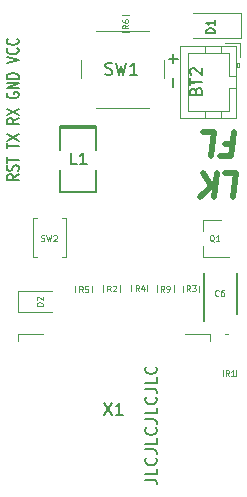
<source format=gbr>
G04 #@! TF.GenerationSoftware,KiCad,Pcbnew,(5.1.9)-1*
G04 #@! TF.CreationDate,2021-03-01T14:16:03+01:00*
G04 #@! TF.ProjectId,button timer v1.2.3_[Coin_Cell&LIPO][TPL5111],62757474-6f6e-4207-9469-6d6572207631,rev?*
G04 #@! TF.SameCoordinates,Original*
G04 #@! TF.FileFunction,Legend,Top*
G04 #@! TF.FilePolarity,Positive*
%FSLAX46Y46*%
G04 Gerber Fmt 4.6, Leading zero omitted, Abs format (unit mm)*
G04 Created by KiCad (PCBNEW (5.1.9)-1) date 2021-03-01 14:16:03*
%MOMM*%
%LPD*%
G01*
G04 APERTURE LIST*
%ADD10C,0.500000*%
%ADD11C,0.150000*%
%ADD12C,0.200000*%
%ADD13C,0.120000*%
%ADD14C,0.125000*%
G04 APERTURE END LIST*
D10*
X135097172Y-64395238D02*
X136049553Y-64395238D01*
X135799553Y-66395238D01*
X134430505Y-64395238D02*
X134180505Y-66395238D01*
X133287648Y-64395238D02*
X134001934Y-65538095D01*
X133037648Y-66395238D02*
X134323363Y-65252380D01*
X135109077Y-61942857D02*
X135775744Y-61942857D01*
X135906696Y-60895238D02*
X135656696Y-62895238D01*
X134704315Y-62895238D01*
X133240029Y-60895238D02*
X134192410Y-60895238D01*
X133942410Y-62895238D01*
D11*
X130754428Y-57062832D02*
X130754428Y-56300927D01*
X130754428Y-55062832D02*
X130754428Y-54300927D01*
X131135380Y-54681880D02*
X130373476Y-54681880D01*
X117652380Y-64485714D02*
X117176190Y-64752380D01*
X117652380Y-64942857D02*
X116652380Y-64942857D01*
X116652380Y-64638095D01*
X116700000Y-64561904D01*
X116747619Y-64523809D01*
X116842857Y-64485714D01*
X116985714Y-64485714D01*
X117080952Y-64523809D01*
X117128571Y-64561904D01*
X117176190Y-64638095D01*
X117176190Y-64942857D01*
X117604761Y-64180952D02*
X117652380Y-64066666D01*
X117652380Y-63876190D01*
X117604761Y-63800000D01*
X117557142Y-63761904D01*
X117461904Y-63723809D01*
X117366666Y-63723809D01*
X117271428Y-63761904D01*
X117223809Y-63800000D01*
X117176190Y-63876190D01*
X117128571Y-64028571D01*
X117080952Y-64104761D01*
X117033333Y-64142857D01*
X116938095Y-64180952D01*
X116842857Y-64180952D01*
X116747619Y-64142857D01*
X116700000Y-64104761D01*
X116652380Y-64028571D01*
X116652380Y-63838095D01*
X116700000Y-63723809D01*
X116652380Y-63495238D02*
X116652380Y-63038095D01*
X117652380Y-63266666D02*
X116652380Y-63266666D01*
X116652380Y-62276190D02*
X116652380Y-61819047D01*
X117652380Y-62047619D02*
X116652380Y-62047619D01*
X116652380Y-61628571D02*
X117652380Y-61095238D01*
X116652380Y-61095238D02*
X117652380Y-61628571D01*
X117652380Y-59723809D02*
X117176190Y-59990476D01*
X117652380Y-60180952D02*
X116652380Y-60180952D01*
X116652380Y-59876190D01*
X116700000Y-59800000D01*
X116747619Y-59761904D01*
X116842857Y-59723809D01*
X116985714Y-59723809D01*
X117080952Y-59761904D01*
X117128571Y-59800000D01*
X117176190Y-59876190D01*
X117176190Y-60180952D01*
X116652380Y-59457142D02*
X117652380Y-58923809D01*
X116652380Y-58923809D02*
X117652380Y-59457142D01*
X116700000Y-57590476D02*
X116652380Y-57666666D01*
X116652380Y-57780952D01*
X116700000Y-57895238D01*
X116795238Y-57971428D01*
X116890476Y-58009523D01*
X117080952Y-58047619D01*
X117223809Y-58047619D01*
X117414285Y-58009523D01*
X117509523Y-57971428D01*
X117604761Y-57895238D01*
X117652380Y-57780952D01*
X117652380Y-57704761D01*
X117604761Y-57590476D01*
X117557142Y-57552380D01*
X117223809Y-57552380D01*
X117223809Y-57704761D01*
X117652380Y-57209523D02*
X116652380Y-57209523D01*
X117652380Y-56752380D01*
X116652380Y-56752380D01*
X117652380Y-56371428D02*
X116652380Y-56371428D01*
X116652380Y-56180952D01*
X116700000Y-56066666D01*
X116795238Y-55990476D01*
X116890476Y-55952380D01*
X117080952Y-55914285D01*
X117223809Y-55914285D01*
X117414285Y-55952380D01*
X117509523Y-55990476D01*
X117604761Y-56066666D01*
X117652380Y-56180952D01*
X117652380Y-56371428D01*
X116652380Y-55076190D02*
X117652380Y-54809523D01*
X116652380Y-54542857D01*
X117557142Y-53819047D02*
X117604761Y-53857142D01*
X117652380Y-53971428D01*
X117652380Y-54047619D01*
X117604761Y-54161904D01*
X117509523Y-54238095D01*
X117414285Y-54276190D01*
X117223809Y-54314285D01*
X117080952Y-54314285D01*
X116890476Y-54276190D01*
X116795238Y-54238095D01*
X116700000Y-54161904D01*
X116652380Y-54047619D01*
X116652380Y-53971428D01*
X116700000Y-53857142D01*
X116747619Y-53819047D01*
X117557142Y-53019047D02*
X117604761Y-53057142D01*
X117652380Y-53171428D01*
X117652380Y-53247619D01*
X117604761Y-53361904D01*
X117509523Y-53438095D01*
X117414285Y-53476190D01*
X117223809Y-53514285D01*
X117080952Y-53514285D01*
X116890476Y-53476190D01*
X116795238Y-53438095D01*
X116700000Y-53361904D01*
X116652380Y-53247619D01*
X116652380Y-53171428D01*
X116700000Y-53057142D01*
X116747619Y-53019047D01*
X128357380Y-90344047D02*
X129071666Y-90344047D01*
X129214523Y-90391666D01*
X129309761Y-90486904D01*
X129357380Y-90629761D01*
X129357380Y-90725000D01*
X129357380Y-89391666D02*
X129357380Y-89867857D01*
X128357380Y-89867857D01*
X129262142Y-88486904D02*
X129309761Y-88534523D01*
X129357380Y-88677380D01*
X129357380Y-88772619D01*
X129309761Y-88915476D01*
X129214523Y-89010714D01*
X129119285Y-89058333D01*
X128928809Y-89105952D01*
X128785952Y-89105952D01*
X128595476Y-89058333D01*
X128500238Y-89010714D01*
X128405000Y-88915476D01*
X128357380Y-88772619D01*
X128357380Y-88677380D01*
X128405000Y-88534523D01*
X128452619Y-88486904D01*
X128357380Y-87772619D02*
X129071666Y-87772619D01*
X129214523Y-87820238D01*
X129309761Y-87915476D01*
X129357380Y-88058333D01*
X129357380Y-88153571D01*
X129357380Y-86820238D02*
X129357380Y-87296428D01*
X128357380Y-87296428D01*
X129262142Y-85915476D02*
X129309761Y-85963095D01*
X129357380Y-86105952D01*
X129357380Y-86201190D01*
X129309761Y-86344047D01*
X129214523Y-86439285D01*
X129119285Y-86486904D01*
X128928809Y-86534523D01*
X128785952Y-86534523D01*
X128595476Y-86486904D01*
X128500238Y-86439285D01*
X128405000Y-86344047D01*
X128357380Y-86201190D01*
X128357380Y-86105952D01*
X128405000Y-85963095D01*
X128452619Y-85915476D01*
X128357380Y-85201190D02*
X129071666Y-85201190D01*
X129214523Y-85248809D01*
X129309761Y-85344047D01*
X129357380Y-85486904D01*
X129357380Y-85582142D01*
X129357380Y-84248809D02*
X129357380Y-84725000D01*
X128357380Y-84725000D01*
X129262142Y-83344047D02*
X129309761Y-83391666D01*
X129357380Y-83534523D01*
X129357380Y-83629761D01*
X129309761Y-83772619D01*
X129214523Y-83867857D01*
X129119285Y-83915476D01*
X128928809Y-83963095D01*
X128785952Y-83963095D01*
X128595476Y-83915476D01*
X128500238Y-83867857D01*
X128405000Y-83772619D01*
X128357380Y-83629761D01*
X128357380Y-83534523D01*
X128405000Y-83391666D01*
X128452619Y-83344047D01*
X128357380Y-82629761D02*
X129071666Y-82629761D01*
X129214523Y-82677380D01*
X129309761Y-82772619D01*
X129357380Y-82915476D01*
X129357380Y-83010714D01*
X129357380Y-81677380D02*
X129357380Y-82153571D01*
X128357380Y-82153571D01*
X129262142Y-80772619D02*
X129309761Y-80820238D01*
X129357380Y-80963095D01*
X129357380Y-81058333D01*
X129309761Y-81201190D01*
X129214523Y-81296428D01*
X129119285Y-81344047D01*
X128928809Y-81391666D01*
X128785952Y-81391666D01*
X128595476Y-81344047D01*
X128500238Y-81296428D01*
X128405000Y-81201190D01*
X128357380Y-81058333D01*
X128357380Y-80963095D01*
X128405000Y-80820238D01*
X128452619Y-80772619D01*
D12*
G04 #@! TO.C,C6*
X133326680Y-72806280D02*
X133326680Y-76931280D01*
X136126680Y-76306280D02*
X136126680Y-72806280D01*
D13*
G04 #@! TO.C,X1*
X117580000Y-78600000D02*
X117580000Y-77980000D01*
X117580000Y-77980000D02*
X119700000Y-77980000D01*
X131700000Y-77980000D02*
X133820000Y-77980000D01*
X133820000Y-77980000D02*
X133820000Y-78600000D01*
G04 #@! TO.C,D2*
X120456200Y-74324800D02*
X117571200Y-74324800D01*
X117571200Y-74324800D02*
X117571200Y-76144800D01*
X117571200Y-76144800D02*
X120456200Y-76144800D01*
G04 #@! TO.C,D1*
X132382400Y-52977200D02*
X136467400Y-52977200D01*
X136467400Y-52977200D02*
X136467400Y-50807200D01*
X136467400Y-50807200D02*
X132382400Y-50807200D01*
G04 #@! TO.C,BT2*
X136379480Y-53326960D02*
X135129480Y-53326960D01*
X136379480Y-54576960D02*
X136379480Y-53326960D01*
X131969480Y-56686960D02*
X132469480Y-56686960D01*
X132469480Y-56786960D02*
X131969480Y-56786960D01*
X132469480Y-56586960D02*
X132469480Y-56786960D01*
X131969480Y-56586960D02*
X132469480Y-56586960D01*
X133469480Y-59746960D02*
X133469480Y-59136960D01*
X134769480Y-59746960D02*
X134769480Y-59136960D01*
X133469480Y-53626960D02*
X133469480Y-54236960D01*
X134769480Y-53626960D02*
X134769480Y-54236960D01*
X135469480Y-57186960D02*
X136079480Y-57186960D01*
X135469480Y-59136960D02*
X135469480Y-57186960D01*
X131969480Y-59136960D02*
X135469480Y-59136960D01*
X131969480Y-54236960D02*
X131969480Y-59136960D01*
X135469480Y-54236960D02*
X131969480Y-54236960D01*
X135469480Y-56186960D02*
X135469480Y-54236960D01*
X136079480Y-56186960D02*
X135469480Y-56186960D01*
X136179480Y-55386960D02*
X136179480Y-55086960D01*
X136279480Y-55086960D02*
X136079480Y-55086960D01*
X136279480Y-55386960D02*
X136279480Y-55086960D01*
X136079480Y-55386960D02*
X136279480Y-55386960D01*
X136079480Y-59746960D02*
X136079480Y-53626960D01*
X131359480Y-59746960D02*
X136079480Y-59746960D01*
X131359480Y-53626960D02*
X131359480Y-59746960D01*
X136079480Y-53626960D02*
X131359480Y-53626960D01*
D11*
G04 #@! TO.C,L1*
X121146000Y-60398000D02*
X121146000Y-62430000D01*
X124194000Y-60598000D02*
X121146000Y-60598000D01*
X124194000Y-62430000D02*
X124194000Y-60398000D01*
X124194000Y-65986000D02*
X124194000Y-64081000D01*
X121146000Y-65986000D02*
X124194000Y-65986000D01*
X121146000Y-64081000D02*
X121146000Y-65986000D01*
X124194000Y-60398000D02*
X121146000Y-60398000D01*
D13*
G04 #@! TO.C,C7*
X135159485Y-77999000D02*
X135391155Y-77999000D01*
G04 #@! TO.C,Q1*
X133288500Y-68333500D02*
X134748500Y-68333500D01*
X133288500Y-71493500D02*
X135448500Y-71493500D01*
X133288500Y-71493500D02*
X133288500Y-70563500D01*
X133288500Y-68333500D02*
X133288500Y-69263500D01*
G04 #@! TO.C,R1*
X136031500Y-81568724D02*
X136031500Y-81059276D01*
X134986500Y-81568724D02*
X134986500Y-81059276D01*
G04 #@! TO.C,SW2*
X121369000Y-71500000D02*
X121669000Y-71500000D01*
X121669000Y-71500000D02*
X121669000Y-68200000D01*
X121669000Y-68200000D02*
X121369000Y-68200000D01*
X119169000Y-71500000D02*
X118869000Y-71500000D01*
X118869000Y-71500000D02*
X118869000Y-68200000D01*
X118869000Y-68200000D02*
X119169000Y-68200000D01*
G04 #@! TO.C,SW1*
X124190000Y-58840000D02*
X128690000Y-58840000D01*
X122940000Y-54840000D02*
X122940000Y-56340000D01*
X128690000Y-52340000D02*
X124190000Y-52340000D01*
X129940000Y-56340000D02*
X129940000Y-54840000D01*
G04 #@! TO.C,R9*
X130810000Y-73888748D02*
X130810000Y-74411252D01*
X129390000Y-73888748D02*
X129390000Y-74411252D01*
G04 #@! TO.C,R6*
X126966612Y-52409160D02*
X126444108Y-52409160D01*
X126966612Y-50989160D02*
X126444108Y-50989160D01*
G04 #@! TO.C,R5*
X123860000Y-73913748D02*
X123860000Y-74436252D01*
X122440000Y-73913748D02*
X122440000Y-74436252D01*
G04 #@! TO.C,R4*
X128560000Y-73863748D02*
X128560000Y-74386252D01*
X127140000Y-73863748D02*
X127140000Y-74386252D01*
G04 #@! TO.C,R3*
X132967800Y-73906748D02*
X132967800Y-74429252D01*
X131547800Y-73906748D02*
X131547800Y-74429252D01*
G04 #@! TO.C,R2*
X126260000Y-73888748D02*
X126260000Y-74411252D01*
X124840000Y-73888748D02*
X124840000Y-74411252D01*
G04 #@! TO.C,C6*
D14*
X134593346Y-74734851D02*
X134569537Y-74758660D01*
X134498108Y-74782470D01*
X134450489Y-74782470D01*
X134379060Y-74758660D01*
X134331441Y-74711041D01*
X134307632Y-74663422D01*
X134283822Y-74568184D01*
X134283822Y-74496756D01*
X134307632Y-74401518D01*
X134331441Y-74353899D01*
X134379060Y-74306280D01*
X134450489Y-74282470D01*
X134498108Y-74282470D01*
X134569537Y-74306280D01*
X134593346Y-74330089D01*
X135021918Y-74282470D02*
X134926680Y-74282470D01*
X134879060Y-74306280D01*
X134855251Y-74330089D01*
X134807632Y-74401518D01*
X134783822Y-74496756D01*
X134783822Y-74687232D01*
X134807632Y-74734851D01*
X134831441Y-74758660D01*
X134879060Y-74782470D01*
X134974299Y-74782470D01*
X135021918Y-74758660D01*
X135045727Y-74734851D01*
X135069537Y-74687232D01*
X135069537Y-74568184D01*
X135045727Y-74520565D01*
X135021918Y-74496756D01*
X134974299Y-74472946D01*
X134879060Y-74472946D01*
X134831441Y-74496756D01*
X134807632Y-74520565D01*
X134783822Y-74568184D01*
G04 #@! TO.C,X1*
D11*
X124890476Y-83837380D02*
X125557142Y-84837380D01*
X125557142Y-83837380D02*
X124890476Y-84837380D01*
X126461904Y-84837380D02*
X125890476Y-84837380D01*
X126176190Y-84837380D02*
X126176190Y-83837380D01*
X126080952Y-83980238D01*
X125985714Y-84075476D01*
X125890476Y-84123095D01*
G04 #@! TO.C,D2*
D14*
X119682390Y-75603847D02*
X119182390Y-75603847D01*
X119182390Y-75484800D01*
X119206200Y-75413371D01*
X119253819Y-75365752D01*
X119301438Y-75341942D01*
X119396676Y-75318133D01*
X119468104Y-75318133D01*
X119563342Y-75341942D01*
X119610961Y-75365752D01*
X119658580Y-75413371D01*
X119682390Y-75484800D01*
X119682390Y-75603847D01*
X119230009Y-75127657D02*
X119206200Y-75103847D01*
X119182390Y-75056228D01*
X119182390Y-74937180D01*
X119206200Y-74889561D01*
X119230009Y-74865752D01*
X119277628Y-74841942D01*
X119325247Y-74841942D01*
X119396676Y-74865752D01*
X119682390Y-75151466D01*
X119682390Y-74841942D01*
G04 #@! TO.C,D1*
D11*
X134249066Y-52508866D02*
X133549066Y-52508866D01*
X133549066Y-52342200D01*
X133582400Y-52242200D01*
X133649066Y-52175533D01*
X133715733Y-52142200D01*
X133849066Y-52108866D01*
X133949066Y-52108866D01*
X134082400Y-52142200D01*
X134149066Y-52175533D01*
X134215733Y-52242200D01*
X134249066Y-52342200D01*
X134249066Y-52508866D01*
X134249066Y-51442200D02*
X134249066Y-51842200D01*
X134249066Y-51642200D02*
X133549066Y-51642200D01*
X133649066Y-51708866D01*
X133715733Y-51775533D01*
X133749066Y-51842200D01*
G04 #@! TO.C,BT2*
X132658811Y-57432794D02*
X132706430Y-57289937D01*
X132754049Y-57242318D01*
X132849287Y-57194699D01*
X132992144Y-57194699D01*
X133087382Y-57242318D01*
X133135001Y-57289937D01*
X133182620Y-57385175D01*
X133182620Y-57766127D01*
X132182620Y-57766127D01*
X132182620Y-57432794D01*
X132230240Y-57337556D01*
X132277859Y-57289937D01*
X132373097Y-57242318D01*
X132468335Y-57242318D01*
X132563573Y-57289937D01*
X132611192Y-57337556D01*
X132658811Y-57432794D01*
X132658811Y-57766127D01*
X132182620Y-56908984D02*
X132182620Y-56337556D01*
X133182620Y-56623270D02*
X132182620Y-56623270D01*
X132277859Y-56051841D02*
X132230240Y-56004222D01*
X132182620Y-55908984D01*
X132182620Y-55670889D01*
X132230240Y-55575651D01*
X132277859Y-55528032D01*
X132373097Y-55480413D01*
X132468335Y-55480413D01*
X132611192Y-55528032D01*
X133182620Y-56099460D01*
X133182620Y-55480413D01*
G04 #@! TO.C,L1*
X122566133Y-63637420D02*
X122089942Y-63637420D01*
X122089942Y-62637420D01*
X123423276Y-63637420D02*
X122851847Y-63637420D01*
X123137561Y-63637420D02*
X123137561Y-62637420D01*
X123042323Y-62780278D01*
X122947085Y-62875516D01*
X122851847Y-62923135D01*
G04 #@! TO.C,Q1*
D14*
X134191380Y-70179689D02*
X134143761Y-70155880D01*
X134096142Y-70108260D01*
X134024714Y-70036832D01*
X133977095Y-70013022D01*
X133929476Y-70013022D01*
X133953285Y-70132070D02*
X133905666Y-70108260D01*
X133858047Y-70060641D01*
X133834238Y-69965403D01*
X133834238Y-69798737D01*
X133858047Y-69703499D01*
X133905666Y-69655880D01*
X133953285Y-69632070D01*
X134048523Y-69632070D01*
X134096142Y-69655880D01*
X134143761Y-69703499D01*
X134167571Y-69798737D01*
X134167571Y-69965403D01*
X134143761Y-70060641D01*
X134096142Y-70108260D01*
X134048523Y-70132070D01*
X133953285Y-70132070D01*
X134643761Y-70132070D02*
X134358047Y-70132070D01*
X134500904Y-70132070D02*
X134500904Y-69632070D01*
X134453285Y-69703499D01*
X134405666Y-69751118D01*
X134358047Y-69774927D01*
G04 #@! TO.C,R1*
X135461226Y-81551910D02*
X135294560Y-81313815D01*
X135175512Y-81551910D02*
X135175512Y-81051910D01*
X135365988Y-81051910D01*
X135413607Y-81075720D01*
X135437417Y-81099529D01*
X135461226Y-81147148D01*
X135461226Y-81218577D01*
X135437417Y-81266196D01*
X135413607Y-81290005D01*
X135365988Y-81313815D01*
X135175512Y-81313815D01*
X135937417Y-81551910D02*
X135651702Y-81551910D01*
X135794560Y-81551910D02*
X135794560Y-81051910D01*
X135746940Y-81123339D01*
X135699321Y-81170958D01*
X135651702Y-81194767D01*
G04 #@! TO.C,SW2*
X119552333Y-70102380D02*
X119623761Y-70126190D01*
X119742809Y-70126190D01*
X119790428Y-70102380D01*
X119814238Y-70078571D01*
X119838047Y-70030952D01*
X119838047Y-69983333D01*
X119814238Y-69935714D01*
X119790428Y-69911904D01*
X119742809Y-69888095D01*
X119647571Y-69864285D01*
X119599952Y-69840476D01*
X119576142Y-69816666D01*
X119552333Y-69769047D01*
X119552333Y-69721428D01*
X119576142Y-69673809D01*
X119599952Y-69650000D01*
X119647571Y-69626190D01*
X119766619Y-69626190D01*
X119838047Y-69650000D01*
X120004714Y-69626190D02*
X120123761Y-70126190D01*
X120219000Y-69769047D01*
X120314238Y-70126190D01*
X120433285Y-69626190D01*
X120599952Y-69673809D02*
X120623761Y-69650000D01*
X120671380Y-69626190D01*
X120790428Y-69626190D01*
X120838047Y-69650000D01*
X120861857Y-69673809D01*
X120885666Y-69721428D01*
X120885666Y-69769047D01*
X120861857Y-69840476D01*
X120576142Y-70126190D01*
X120885666Y-70126190D01*
G04 #@! TO.C,SW1*
D11*
X125006666Y-55994761D02*
X125149523Y-56042380D01*
X125387619Y-56042380D01*
X125482857Y-55994761D01*
X125530476Y-55947142D01*
X125578095Y-55851904D01*
X125578095Y-55756666D01*
X125530476Y-55661428D01*
X125482857Y-55613809D01*
X125387619Y-55566190D01*
X125197142Y-55518571D01*
X125101904Y-55470952D01*
X125054285Y-55423333D01*
X125006666Y-55328095D01*
X125006666Y-55232857D01*
X125054285Y-55137619D01*
X125101904Y-55090000D01*
X125197142Y-55042380D01*
X125435238Y-55042380D01*
X125578095Y-55090000D01*
X125911428Y-55042380D02*
X126149523Y-56042380D01*
X126340000Y-55328095D01*
X126530476Y-56042380D01*
X126768571Y-55042380D01*
X127673333Y-56042380D02*
X127101904Y-56042380D01*
X127387619Y-56042380D02*
X127387619Y-55042380D01*
X127292380Y-55185238D01*
X127197142Y-55280476D01*
X127101904Y-55328095D01*
G04 #@! TO.C,R9*
D14*
X129970946Y-74416830D02*
X129804280Y-74178735D01*
X129685232Y-74416830D02*
X129685232Y-73916830D01*
X129875708Y-73916830D01*
X129923327Y-73940640D01*
X129947137Y-73964449D01*
X129970946Y-74012068D01*
X129970946Y-74083497D01*
X129947137Y-74131116D01*
X129923327Y-74154925D01*
X129875708Y-74178735D01*
X129685232Y-74178735D01*
X130209041Y-74416830D02*
X130304280Y-74416830D01*
X130351899Y-74393020D01*
X130375708Y-74369211D01*
X130423327Y-74297782D01*
X130447137Y-74202544D01*
X130447137Y-74012068D01*
X130423327Y-73964449D01*
X130399518Y-73940640D01*
X130351899Y-73916830D01*
X130256660Y-73916830D01*
X130209041Y-73940640D01*
X130185232Y-73964449D01*
X130161422Y-74012068D01*
X130161422Y-74131116D01*
X130185232Y-74178735D01*
X130209041Y-74202544D01*
X130256660Y-74226354D01*
X130351899Y-74226354D01*
X130399518Y-74202544D01*
X130423327Y-74178735D01*
X130447137Y-74131116D01*
G04 #@! TO.C,R6*
X126941710Y-51838373D02*
X126703615Y-52005040D01*
X126941710Y-52124087D02*
X126441710Y-52124087D01*
X126441710Y-51933611D01*
X126465520Y-51885992D01*
X126489329Y-51862182D01*
X126536948Y-51838373D01*
X126608377Y-51838373D01*
X126655996Y-51862182D01*
X126679805Y-51885992D01*
X126703615Y-51933611D01*
X126703615Y-52124087D01*
X126441710Y-51409801D02*
X126441710Y-51505040D01*
X126465520Y-51552659D01*
X126489329Y-51576468D01*
X126560758Y-51624087D01*
X126655996Y-51647897D01*
X126846472Y-51647897D01*
X126894091Y-51624087D01*
X126917900Y-51600278D01*
X126941710Y-51552659D01*
X126941710Y-51457420D01*
X126917900Y-51409801D01*
X126894091Y-51385992D01*
X126846472Y-51362182D01*
X126727424Y-51362182D01*
X126679805Y-51385992D01*
X126655996Y-51409801D01*
X126632186Y-51457420D01*
X126632186Y-51552659D01*
X126655996Y-51600278D01*
X126679805Y-51624087D01*
X126727424Y-51647897D01*
G04 #@! TO.C,R5*
X123092066Y-74471190D02*
X122925400Y-74233095D01*
X122806352Y-74471190D02*
X122806352Y-73971190D01*
X122996828Y-73971190D01*
X123044447Y-73995000D01*
X123068257Y-74018809D01*
X123092066Y-74066428D01*
X123092066Y-74137857D01*
X123068257Y-74185476D01*
X123044447Y-74209285D01*
X122996828Y-74233095D01*
X122806352Y-74233095D01*
X123544447Y-73971190D02*
X123306352Y-73971190D01*
X123282542Y-74209285D01*
X123306352Y-74185476D01*
X123353971Y-74161666D01*
X123473019Y-74161666D01*
X123520638Y-74185476D01*
X123544447Y-74209285D01*
X123568257Y-74256904D01*
X123568257Y-74375952D01*
X123544447Y-74423571D01*
X123520638Y-74447380D01*
X123473019Y-74471190D01*
X123353971Y-74471190D01*
X123306352Y-74447380D01*
X123282542Y-74423571D01*
G04 #@! TO.C,R4*
X127847946Y-74366430D02*
X127681280Y-74128335D01*
X127562232Y-74366430D02*
X127562232Y-73866430D01*
X127752708Y-73866430D01*
X127800327Y-73890240D01*
X127824137Y-73914049D01*
X127847946Y-73961668D01*
X127847946Y-74033097D01*
X127824137Y-74080716D01*
X127800327Y-74104525D01*
X127752708Y-74128335D01*
X127562232Y-74128335D01*
X128276518Y-74033097D02*
X128276518Y-74366430D01*
X128157470Y-73842620D02*
X128038422Y-74199763D01*
X128347946Y-74199763D01*
G04 #@! TO.C,R3*
X132164306Y-74394190D02*
X131997640Y-74156095D01*
X131878592Y-74394190D02*
X131878592Y-73894190D01*
X132069068Y-73894190D01*
X132116687Y-73918000D01*
X132140497Y-73941809D01*
X132164306Y-73989428D01*
X132164306Y-74060857D01*
X132140497Y-74108476D01*
X132116687Y-74132285D01*
X132069068Y-74156095D01*
X131878592Y-74156095D01*
X132330973Y-73894190D02*
X132640497Y-73894190D01*
X132473830Y-74084666D01*
X132545259Y-74084666D01*
X132592878Y-74108476D01*
X132616687Y-74132285D01*
X132640497Y-74179904D01*
X132640497Y-74298952D01*
X132616687Y-74346571D01*
X132592878Y-74370380D01*
X132545259Y-74394190D01*
X132402401Y-74394190D01*
X132354782Y-74370380D01*
X132330973Y-74346571D01*
G04 #@! TO.C,R2*
X125446346Y-74395390D02*
X125279680Y-74157295D01*
X125160632Y-74395390D02*
X125160632Y-73895390D01*
X125351108Y-73895390D01*
X125398727Y-73919200D01*
X125422537Y-73943009D01*
X125446346Y-73990628D01*
X125446346Y-74062057D01*
X125422537Y-74109676D01*
X125398727Y-74133485D01*
X125351108Y-74157295D01*
X125160632Y-74157295D01*
X125636822Y-73943009D02*
X125660632Y-73919200D01*
X125708251Y-73895390D01*
X125827299Y-73895390D01*
X125874918Y-73919200D01*
X125898727Y-73943009D01*
X125922537Y-73990628D01*
X125922537Y-74038247D01*
X125898727Y-74109676D01*
X125613013Y-74395390D01*
X125922537Y-74395390D01*
G04 #@! TD*
M02*

</source>
